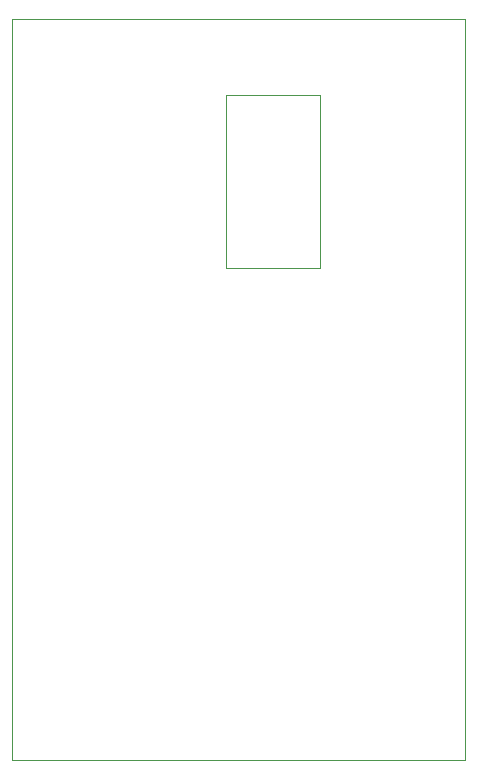
<source format=gbr>
%TF.GenerationSoftware,KiCad,Pcbnew,(6.0.6-0)*%
%TF.CreationDate,2025-06-29T09:16:52+02:00*%
%TF.ProjectId,meteo,6d657465-6f2e-46b6-9963-61645f706362,rev?*%
%TF.SameCoordinates,Original*%
%TF.FileFunction,Profile,NP*%
%FSLAX46Y46*%
G04 Gerber Fmt 4.6, Leading zero omitted, Abs format (unit mm)*
G04 Created by KiCad (PCBNEW (6.0.6-0)) date 2025-06-29 09:16:52*
%MOMM*%
%LPD*%
G01*
G04 APERTURE LIST*
%TA.AperFunction,Profile*%
%ADD10C,0.100000*%
%TD*%
%TA.AperFunction,Profile*%
%ADD11C,0.120000*%
%TD*%
G04 APERTURE END LIST*
D10*
X193769000Y-30235000D02*
X232156000Y-30235000D01*
X232156000Y-30235000D02*
X232156000Y-92964000D01*
X232156000Y-92964000D02*
X193769000Y-92964000D01*
X193769000Y-92964000D02*
X193769000Y-30235000D01*
D11*
%TO.C,U4*%
X219852000Y-36690076D02*
X211851000Y-36690076D01*
X211851000Y-36690076D02*
X211851000Y-51295076D01*
X211851000Y-51295076D02*
X219852000Y-51295076D01*
X219852000Y-51295076D02*
X219852000Y-36690076D01*
%TD*%
M02*

</source>
